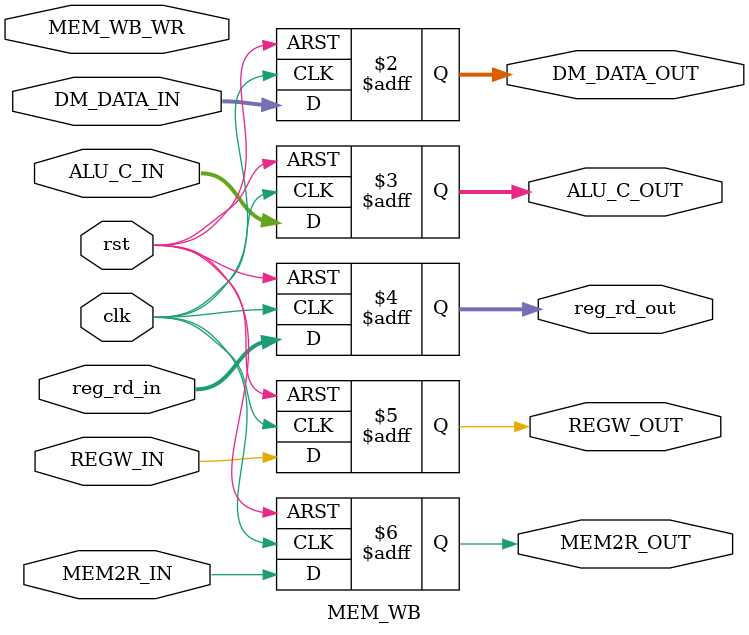
<source format=v>
module MEM_WB (clk, rst, MEM_WB_WR, ALU_C_IN,ALU_C_OUT,DM_DATA_IN,DM_DATA_OUT,reg_rd_in,reg_rd_out,REGW_IN,REGW_OUT,
                MEM2R_IN,MEM2R_OUT);
               
   input         clk;
   input         rst;
   input         MEM_WB_WR; 
   input  [31:0] ALU_C_IN;
   input  [31:0] DM_DATA_IN;
   input  [4:0] reg_rd_in;
   input  REGW_IN;
   input  MEM2R_IN;

   output reg [31:0] DM_DATA_OUT;
   output reg [31:0] ALU_C_OUT;
   output reg [4:0] reg_rd_out;
   output reg REGW_OUT;
   output reg MEM2R_OUT;

               
   always @(posedge clk or posedge rst) begin
      if ( rst ) 
        begin
            ALU_C_OUT<= 0;
            DM_DATA_OUT<= 0;
            reg_rd_out<= 0;
            REGW_OUT<= 0;
            MEM2R_OUT<= 0;
        end
      else //if (IRWr)
        begin
            ALU_C_OUT<=ALU_C_IN;
            DM_DATA_OUT<= DM_DATA_IN;
            reg_rd_out<= reg_rd_in;
            REGW_OUT<= REGW_IN;
            MEM2R_OUT<= MEM2R_IN;
        end
   end // end always
      
endmodule

</source>
